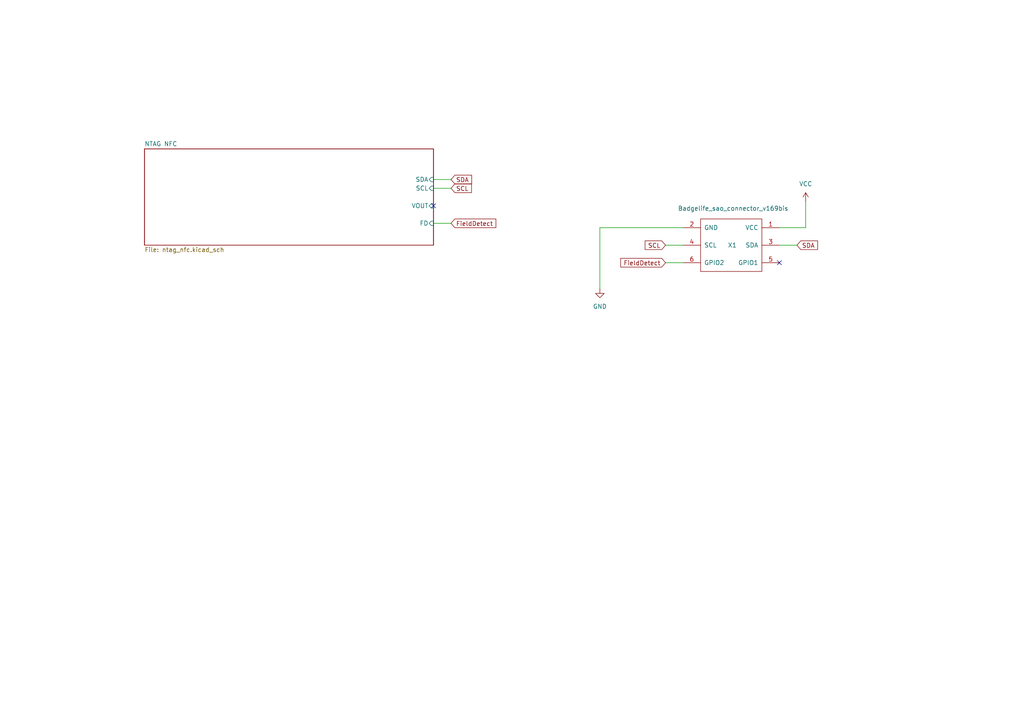
<source format=kicad_sch>
(kicad_sch (version 20240812) (generator "eeschema") (generator_version "8.99")
  (paper "A4")
  (title_block (title "Badge Tag NFC") (date "2024-09-15") (rev "1.0") (company "HXR.DK"))
  (lib_symbols
    (symbol "badgelife_shitty_addon_v169bis:Badgelife_sao_connector_v169bis" (pin_names (offset 1.016))
      (property "Reference" "X" (at 0 0 0))
      (property "Value" "Badgelife_sao_connector_v169bis" (at 0 20.32 0))
      (symbol "Badgelife_sao_connector_v169bis_0_1"
        (rectangle (start -7.62 8.89) (end 7.62 -8.89))
      )
      (symbol "Badgelife_sao_connector_v169bis_1_1"
        (pin input line (at -5.08 13.97 270) (length 5.08) (name "VCC") (number "1"))
        (pin input line (at -5.08 -13.97 90) (length 5.08) (name "GND") (number "2"))
        (pin input line (at 0 13.97 270) (length 5.08) (name "SDA") (number "3"))
        (pin input line (at 0 -13.97 90) (length 5.08) (name "SCL") (number "4"))
        (pin input line (at 5.08 13.97 270) (length 5.08) (name "GPIO1") (number "5"))
        (pin input line (at 5.08 -13.97 90) (length 5.08) (name "GPIO2") (number "6"))
      )
    )
    (symbol "power:GND" (power) (pin_numbers hide) (pin_names (offset 0) hide)
      (property "Value" "GND" (at 0 -3.81 0))
      (symbol "GND_0_1"
        (polyline (pts (xy 0 0) (xy 0 -1.27) (xy 1.27 -1.27) (xy 0 -2.54) (xy -1.27 -1.27) (xy 0 -1.27)))
      )
      (symbol "GND_1_1"
        (pin power_in line (at 0 0 270) (length 0) (name "~") (number "1"))
      )
    )
    (symbol "power:VCC" (power) (pin_numbers hide) (pin_names (offset 0) hide)
      (property "Value" "VCC" (at 0 3.556 0))
      (symbol "VCC_0_1"
        (polyline (pts (xy -0.762 1.27) (xy 0 2.54)))
        (polyline (pts (xy 0 2.54) (xy 0.762 1.27)))
        (polyline (pts (xy 0 0) (xy 0 2.54)))
      )
      (symbol "VCC_1_1"
        (pin power_in line (at 0 0 90) (length 0) (name "~") (number "1"))
      )
    )
  )
  (no_connect (at 125.73 59.69))
  (no_connect (at 226.06 76.2))
  (wire (pts (xy 198.12 71.12) (xy 193.04 71.12)))
  (wire (pts (xy 125.73 64.77) (xy 130.81 64.77)))
  (wire (pts (xy 173.99 66.04) (xy 198.12 66.04)))
  (wire (pts (xy 193.04 76.2) (xy 198.12 76.2)))
  (wire (pts (xy 231.14 71.12) (xy 226.06 71.12)))
  (wire (pts (xy 233.68 58.42) (xy 233.68 66.04)))
  (wire (pts (xy 125.73 52.07) (xy 130.81 52.07)))
  (wire (pts (xy 173.99 83.82) (xy 173.99 66.04)))
  (wire (pts (xy 125.73 54.61) (xy 130.81 54.61)))
  (wire (pts (xy 226.06 66.04) (xy 233.68 66.04)))
  (global_label "SCL" (shape input) (at 193.04 71.12 180) (property "Intersheetrefs" "${INTERSHEET_REFS}" (effects (hide yes))))
  (global_label "FieldDetect" (shape input) (at 130.81 64.77 0) (property "Intersheetrefs" "${INTERSHEET_REFS}" (effects (hide yes))))
  (global_label "SDA" (shape input) (at 130.81 52.07 0) (property "Intersheetrefs" "${INTERSHEET_REFS}" (effects (hide yes))))
  (global_label "FieldDetect" (shape input) (at 193.04 76.2 180) (property "Intersheetrefs" "${INTERSHEET_REFS}" (effects (hide yes))))
  (global_label "SCL" (shape input) (at 130.81 54.61 0) (property "Intersheetrefs" "${INTERSHEET_REFS}" (effects (hide yes))))
  (global_label "SDA" (shape input) (at 231.14 71.12 0) (property "Intersheetrefs" "${INTERSHEET_REFS}" (effects (hide yes))))
  (symbol (lib_id "power:GND") (at 173.99 83.82 0) (unit 1)
    (property "Reference" "#PWR02" (effects (hide yes)))
    (property "Value" "GND" (at 173.99 88.9 0))
    (property "Description" "Power symbol creates a global label with name \"GND\" , ground" (effects (hide yes)))
  )
  (symbol (lib_id "badgelife_shitty_addon_v169bis:Badgelife_sao_connector_v169bis") (at 212.09 71.12 270) (unit 1)
    (property "Reference" "X1" (at 211.074 71.12 90) (effects (justify left)))
    (property "Value" "Badgelife_sao_connector_v169bis" (at 196.596 60.452 90) (effects (justify left)))
    (property "Footprint" "badgelife_sao_v169bis:Badgelife-SAOv169-SAO-2x3" (effects (hide yes)))
  )
  (symbol (lib_id "power:VCC") (at 233.68 58.42 0) (unit 1)
    (property "Reference" "#PWR01" (effects (hide yes)))
    (property "Value" "VCC" (at 233.68 53.34 0))
    (property "Description" "Power symbol creates a global label with name \"VCC\"" (effects (hide yes)))
  )
  (sheet (at 41.91 43.18) (size 83.82 27.94) (stroke (width 0.1524))
    (property "Sheetname" "NTAG NFC" (at 41.91 42.4684 0) (effects (justify left bottom)))
    (property "Sheetfile" "ntag_nfc.kicad_sch" (at 41.91 71.7046 0) (effects (justify left top)))
    (pin "FD" input (at 125.73 64.77 0))
    (pin "SDA" input (at 125.73 52.07 0))
    (pin "SCL" input (at 125.73 54.61 0))
    (pin "VOUT" input (at 125.73 59.69 0))
  )
)
</source>
